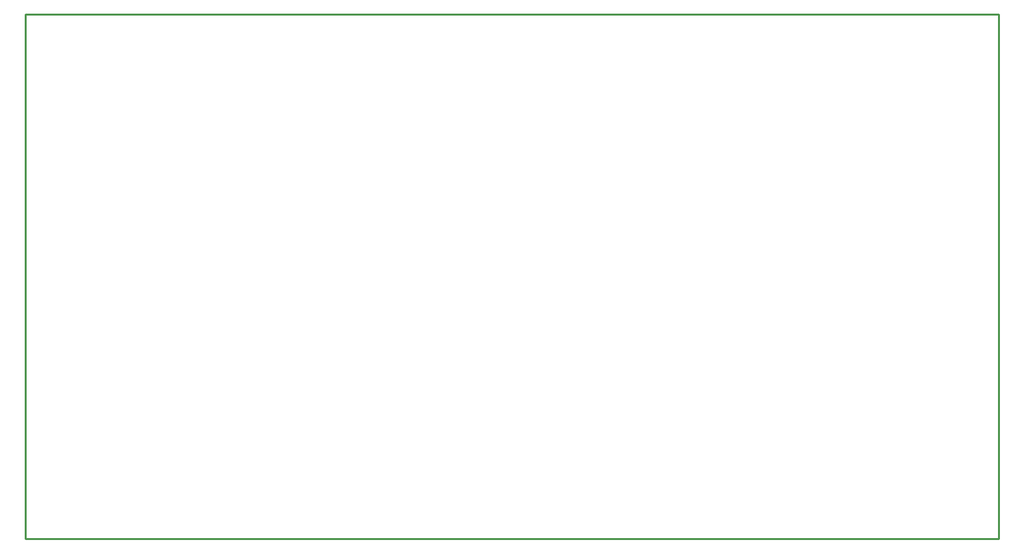
<source format=gko>
G04 Layer: BoardOutlineLayer*
G04 EasyEDA v6.5.50, 2025-05-12 09:01:39*
G04 467dd6194114452b8036c6a5a6649833,7003e7d2a7ba44f9b311faf21ea13ffe,10*
G04 Gerber Generator version 0.2*
G04 Scale: 100 percent, Rotated: No, Reflected: No *
G04 Dimensions in millimeters *
G04 leading zeros omitted , absolute positions ,4 integer and 5 decimal *
%FSLAX45Y45*%
%MOMM*%

%ADD10C,0.2540*%
%ADD11C,0.0190*%
D10*
X700023Y12899897D02*
G01*
X700023Y13716000D01*
X13373100Y13716000D01*
X13373100Y6870700D01*
X700023Y6870700D01*
X700023Y12899897D01*

%LPD*%
M02*

</source>
